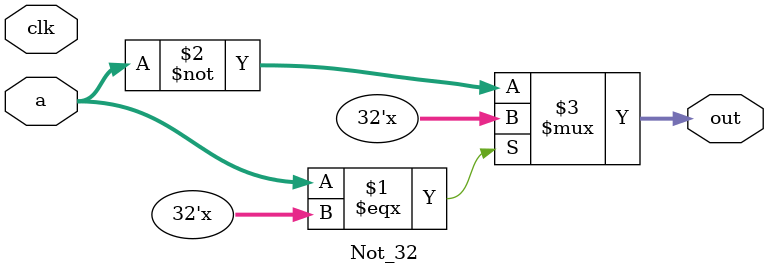
<source format=v>
module And_32(a , b , out , clk);							//working non-pipelined

	input [31:0] a , b;
	input clk;

	output [31:0] out;

	wire [31:0] out;

	assign out = (a === 32'bz) ? 32'bz : a&b;

endmodule // And_32

module Or_32(a , b , out , clk);							//working non-pipelined

	input [31:0] a , b;
	input clk;

	output [31:0] out;

	wire [31:0] out;

	assign out = (a === 32'bz) ? 32'bz : a|b;

endmodule // Or_32

module Xor_32(a , b , out , clk);							//working non-pipelined

	input [31:0] a , b;
	input clk;

	output [31:0] out;

	wire [31:0] out;

	assign out = (a === 32'bz) ? 32'bz : a^b;

endmodule // Xor_32

module Nand_32(a , b , out , clk);							//working non-pipelined

	input [31:0] a , b;
	input clk;

	output [31:0] out;

	wire [31:0] out;
	wire [31:0] temp;

	assign temp = a&b;
	assign out = (a === 32'bz) ? 32'bz : a~&b;										//try assign out = a ~& b;

endmodule // Nand_32

module Nor_32(a , b , out , clk);							//working non-pipelined

	input [31:0] a , b;
	input clk;

	output [31:0] out;

	wire [31:0] out;
	wire [31:0] temp;

	assign temp = a|b;
	assign out = (a === 32'bz) ? 32'bz : a~|b;										//try assign out = a ~| b;

endmodule // Nor_32

module Xnor_32(a , b , out , clk);							//working non-pipelined

	input [31:0] a , b;
	input clk;

	output [31:0] out;

	wire [31:0] out;
	wire [31:0] temp;

	assign temp = a^b;
	assign out = (a === 32'bz) ? 32'bz : a~^b;										//try assign out = a ~^ b;

endmodule // Xnor_32

module Not_32(a , out , clk);								//working - non pipelined

	input [31:0] a;
	input clk;

	output [31:0] out;

	wire [31:0] out;

	assign out = (a === 32'bz) ? 32'bz : ~a;										//try !a if ~a does not work

endmodule // Not_32

/*module tb();

	reg [31:0]a , b;
	reg clk;

	wire [31:0] out1 , out2 , out3 , out4 , out5 , out6 , out7 , out8;

	And_32 And(a , b , out1 , clk);

	Or_32 Or(a , b , out2 , clk);

	Xor_32 Xor(a , b , out3 , clk);

	Nand_32 Nand(a , b , out4 , clk);

	Nor_32 Nor(a , b , out5 , clk);

	Xnor_32 Xnor(a , b , out6 , clk);

	Not_32 Na(a , out7 , clk);

	Not_32 Nb(b , out8 , clk);

	initial begin

		clk = 1'b0;

	end

	initial begin

		#2

		a = 32'b00110011001100110011001100110011;
		b = 32'b11001100110011001100110011001100;

		#2

		a = 32'b11111111111111111111111111111111;
		b = 32'b11110000111100001111000011110000;

		#2

		a = 32'b01010101010101010101010101010101;
		b = 32'b10101010101010101010101010101010;

		#2

		a = 32'b00000000000000000000000000000000;
		b = 32'b11111111000000001111111100000000;

	end

	initial begin

		$monitor($time,"  a = %b , b = %b \n and = %b\nor = %b\nxor = %b\nnand = %b\nnor = %b\nxnor = %b\nnot a = %b\nnot b = %b\n\n" , a , b , out1 , out2 , out3 , out4 , out5 , out6 , out7 , out8);
		/*$monitor($time,"  a = %b , b = %b , out2 = %b\n" , a , b , out2);
		$monitor($time,"  a = %b , b = %b , out3 = %b\n" , a , b , out3);
		$monitor($time,"  a = %b , b = %b , out4 = %b\n" , a , b , out4);
		$monitor($time,"  a = %b , b = %b , out5 = %b\n" , a , b , out5);
		$monitor($time,"  a = %b , b = %b , out6 = %b\n" , a , b , out6);
		$monitor($time,"  a = %b , b = %b , out7 = %b\n" , a , b , out7);
		$monitor($time,"  a = %b , b = %b , out8 = %b\n" , a , b , out8);*/

	/*end

endmodule*/

</source>
